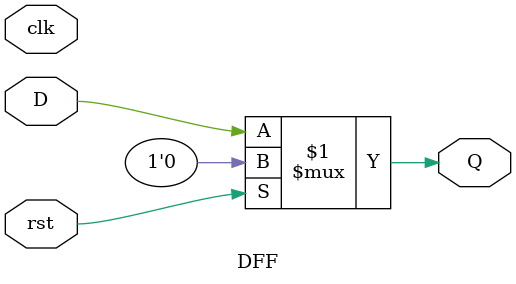
<source format=v>
module DFF (
    input D, clk,rst,
    output Q
);

assign Q = rst ? 1'b0: D;

endmodule
</source>
